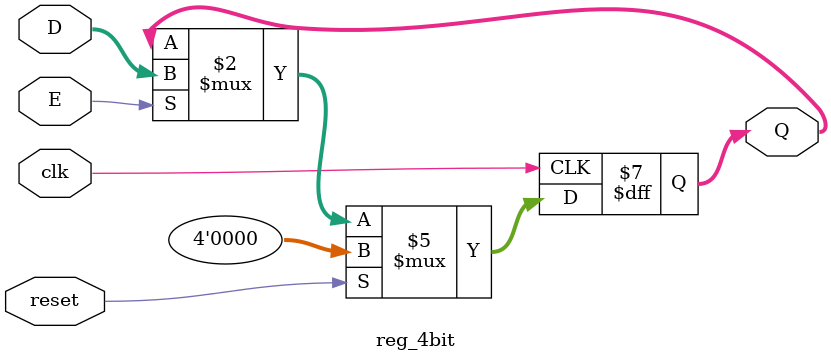
<source format=v>

module reg_4bit(D, E, reset, clk, Q);
	input reset, clk;
	input E;
	input [3:0] D;
	output reg [3:0] Q;
	
	always @ (posedge clk)
		begin
			if (reset)
				Q <= 0;
			else if (E)
				Q <= D;
		end
endmodule

</source>
